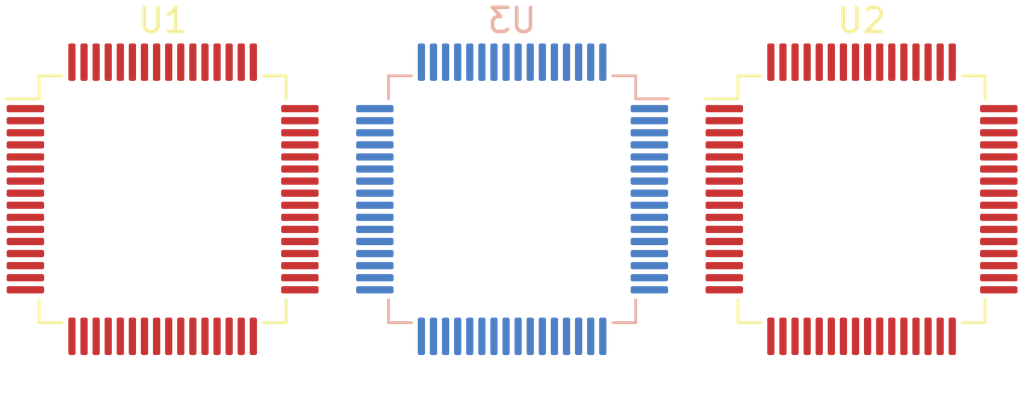
<source format=kicad_pcb>
(kicad_pcb (version 20211014) (generator pcbnew)
  (layers (0 "F.Cu" signal) (1 "In1.Cu" signal) (2 "In2.Cu" signal) (31 "B.Cu" signal) (34 "B.Paste" user) (35 "F.Paste" user) (36 "B.SilkS" user "B.Silkscreen") (37 "F.SilkS" user "F.Silkscreen") (38 "B.Mask" user) (39 "F.Mask" user) (44 "Edge.Cuts" user))
  (net 0 "")
  (net 3 "Net-(U1-Pad3)")
  (net 4 "Net-(U1-Pad4)")
  (net 6 "Net-(U1-Pad18)")
  (net 7 "Net-(U1-Pad23)")
  (net 8 "Net-(U1-Pad8)")
  (net 12 "Net-(U1-Pad12)")
  (net 16 "Net-(U1-Pad16)")
  (net 19 "Net-(U1-Pad20)")
  (net 22 "Net-(U1-Pad24)")
  (net 25 "Net-(U1-Pad28)")
  (net 29 "Net-(U1-Pad32)")
  (net 33 "Net-(U1-Pad36)")
  (net 37 "Net-(U1-Pad40)")
  (net 39 "Net-(U1-Pad44)")
  (net 43 "Net-(U1-Pad48)")
  (net 44 "Net-(U1-Pad52)")
  (net 48 "Net-(U1-Pad56)")
  (net 49 "Net-(U1-Pad57)")
  (net 51 "Net-(U1-Pad60)")
  (net 52 "Net-(U1-Pad61)")
  (net 53 "Net-(U1-Pad62)")
  (net 54 "Net-(U1-Pad64)")
  (net 55 "Net-(U2-Pad3)")
  (net 56 "Net-(U2-Pad4)")
  (net 57 "Net-(U2-Pad5)")
  (net 58 "Net-(U2-Pad8)")
  (net 60 "Net-(U2-Pad10)")
  (net 61 "Net-(U2-Pad11)")
  (net 62 "Net-(U2-Pad12)")
  (net 66 "Net-(U2-Pad16)")
  (net 68 "Net-(U2-Pad20)")
  (net 69 "Net-(U2-Pad24)")
  (net 70 "Net-(U2-Pad28)")
  (net 71 "Net-(U2-Pad32)")
  (net 72 "Net-(U2-Pad36)")
  (net 73 "Net-(U2-Pad40)")
  (net 74 "Net-(U2-Pad44)")
  (net 75 "Net-(U2-Pad48)")
  (net 76 "Net-(U2-Pad52)")
  (net 77 "Net-(U2-Pad56)")
  (net 78 "Net-(U2-Pad57)")
  (net 80 "Net-(U2-Pad60)")
  (net 81 "Net-(U2-Pad61)")
  (net 82 "Net-(U2-Pad62)")
  (net 83 "Net-(U2-Pad64)")
  (net 84 "Net-(U3-Pad10)")
  (net 85 "Net-(U3-Pad4)")
  (net 86 "Net-(U3-Pad20)")
  (net 87 "Net-(U3-Pad12)")
  (net 89 "Net-(U3-Pad16)")
  (footprint "Package_QFP:LQFP-64_10x10mm_P0.5mm" (layer "F.Cu") (at 166.06 88.9)
    (fp_text reference "U2" (at 0 -7.4) (layer "F.SilkS"))
    (fp_text value "LPC2148FBD64")
    (fp_line (start -5.11 5.11) (end -5.11 4.16) (layer "F.SilkS") (width 0.12))
    (fp_line (start -5.11 -4.16) (end -6.45 -4.16) (layer "F.SilkS") (width 0.12))
    (fp_line (start 4.16 5.11) (end 5.11 5.11) (layer "F.SilkS") (width 0.12))
    (fp_line (start 5.11 -5.11) (end 5.11 -4.16) (layer "F.SilkS") (width 0.12))
    (fp_line (start -5.11 -5.11) (end -5.11 -4.16) (layer "F.SilkS") (width 0.12))
    (fp_line (start -4.16 5.11) (end -5.11 5.11) (layer "F.SilkS") (width 0.12))
    (fp_line (start -4.16 -5.11) (end -5.11 -5.11) (layer "F.SilkS") (width 0.12))
    (fp_line (start 4.16 -5.11) (end 5.11 -5.11) (layer "F.SilkS") (width 0.12))
    (fp_line (start 5.11 5.11) (end 5.11 4.16) (layer "F.SilkS") (width 0.12))
    (pad "1" smd roundrect (at -5.675 -3.75) (size 1.55 0.3) (layers "F.Cu" "F.Paste" "F.Mask") (net 52 "Net-(U1-Pad61)"))
    (pad "2" smd roundrect (at -5.675 -3.25) (size 1.55 0.3) (layers "F.Cu" "F.Paste" "F.Mask") (net 3 "Net-(U1-Pad3)"))
    (pad "3" smd roundrect (at -5.675 -2.75) (size 1.55 0.3) (layers "F.Cu" "F.Paste" "F.Mask") (net 55 "Net-(U2-Pad3)"))
    (pad "4" smd roundrect (at -5.675 -2.25) (size 1.55 0.3) (layers "F.Cu" "F.Paste" "F.Mask") (net 56 "Net-(U2-Pad4)"))
    (pad "5" smd roundrect (at -5.675 -1.75) (size 1.55 0.3) (layers "F.Cu" "F.Paste" "F.Mask") (net 57 "Net-(U2-Pad5)"))
    (pad "6" smd roundrect (at -5.675 -1.25) (size 1.55 0.3) (layers "F.Cu" "F.Paste" "F.Mask") (net 6 "Net-(U1-Pad18)"))
    (pad "7" smd roundrect (at -5.675 -0.75) (size 1.55 0.3) (layers "F.Cu" "F.Paste" "F.Mask") (net 7 "Net-(U1-Pad23)"))
    (pad "8" smd roundrect (at -5.675 -0.25) (size 1.55 0.3) (layers "F.Cu" "F.Paste" "F.Mask") (net 58 "Net-(U2-Pad8)"))
    (pad "9" smd roundrect (at -5.675 0.25) (size 1.55 0.3) (layers "F.Cu" "F.Paste" "F.Mask"))
    (pad "10" smd roundrect (at -5.675 0.75) (size 1.55 0.3) (layers "F.Cu" "F.Paste" "F.Mask") (net 60 "Net-(U2-Pad10)"))
    (pad "11" smd roundrect (at -5.675 1.25) (size 1.55 0.3) (layers "F.Cu" "F.Paste" "F.Mask") (net 61 "Net-(U2-Pad11)"))
    (pad "12" smd roundrect (at -5.675 1.75) (size 1.55 0.3) (layers "F.Cu" "F.Paste" "F.Mask") (net 62 "Net-(U2-Pad12)"))
    (pad "13" smd roundrect (at -5.675 2.25) (size 1.55 0.3) (layers "F.Cu" "F.Paste" "F.Mask"))
    (pad "14" smd roundrect (at -5.675 2.75) (size 1.55 0.3) (layers "F.Cu" "F.Paste" "F.Mask"))
    (pad "15" smd roundrect (at -5.675 3.25) (size 1.55 0.3) (layers "F.Cu" "F.Paste" "F.Mask"))
    (pad "16" smd roundrect (at -5.675 3.75) (size 1.55 0.3) (layers "F.Cu" "F.Paste" "F.Mask") (net 66 "Net-(U2-Pad16)"))
    (pad "17" smd roundrect (at -3.75 5.675) (size 0.3 1.55) (layers "F.Cu" "F.Paste" "F.Mask"))
    (pad "18" smd roundrect (at -3.25 5.675) (size 0.3 1.55) (layers "F.Cu" "F.Paste" "F.Mask") (net 6 "Net-(U1-Pad18)"))
    (pad "19" smd roundrect (at -2.75 5.675) (size 0.3 1.55) (layers "F.Cu" "F.Paste" "F.Mask") (net 16 "Net-(U1-Pad16)"))
    (pad "20" smd roundrect (at -2.25 5.675) (size 0.3 1.55) (layers "F.Cu" "F.Paste" "F.Mask") (net 68 "Net-(U2-Pad20)"))
    (pad "21" smd roundrect (at -1.75 5.675) (size 0.3 1.55) (layers "F.Cu" "F.Paste" "F.Mask") (net 12 "Net-(U1-Pad12)"))
    (pad "22" smd roundrect (at -1.25 5.675) (size 0.3 1.55) (layers "F.Cu" "F.Paste" "F.Mask") (net 8 "Net-(U1-Pad8)"))
    (pad "23" smd roundrect (at -0.75 5.675) (size 0.3 1.55) (layers "F.Cu" "F.Paste" "F.Mask") (net 7 "Net-(U1-Pad23)"))
    (pad "24" smd roundrect (at -0.25 5.675) (size 0.3 1.55) (layers "F.Cu" "F.Paste" "F.Mask") (net 69 "Net-(U2-Pad24)"))
    (pad "25" smd roundrect (at 0.25 5.675) (size 0.3 1.55) (layers "F.Cu" "F.Paste" "F.Mask") (net 6 "Net-(U1-Pad18)"))
    (pad "26" smd roundrect (at 0.75 5.675) (size 0.3 1.55) (layers "F.Cu" "F.Paste" "F.Mask") (net 4 "Net-(U1-Pad4)"))
    (pad "27" smd roundrect (at 1.25 5.675) (size 0.3 1.55) (layers "F.Cu" "F.Paste" "F.Mask") (net 43 "Net-(U1-Pad48)"))
    (pad "28" smd roundrect (at 1.75 5.675) (size 0.3 1.55) (layers "F.Cu" "F.Paste" "F.Mask") (net 70 "Net-(U2-Pad28)"))
    (pad "29" smd roundrect (at 2.25 5.675) (size 0.3 1.55) (layers "F.Cu" "F.Paste" "F.Mask") (net 39 "Net-(U1-Pad44)"))
    (pad "30" smd roundrect (at 2.75 5.675) (size 0.3 1.55) (layers "F.Cu" "F.Paste" "F.Mask") (net 37 "Net-(U1-Pad40)"))
    (pad "31" smd roundrect (at 3.25 5.675) (size 0.3 1.55) (layers "F.Cu" "F.Paste" "F.Mask") (net 33 "Net-(U1-Pad36)"))
    (pad "32" smd roundrect (at 3.75 5.675) (size 0.3 1.55) (layers "F.Cu" "F.Paste" "F.Mask") (net 71 "Net-(U2-Pad32)"))
    (pad "33" smd roundrect (at 5.675 3.75) (size 1.55 0.3) (layers "F.Cu" "F.Paste" "F.Mask") (net 29 "Net-(U1-Pad32)"))
    (pad "34" smd roundrect (at 5.675 3.25) (size 1.55 0.3) (layers "F.Cu" "F.Paste" "F.Mask") (net 25 "Net-(U1-Pad28)"))
    (pad "35" smd roundrect (at 5.675 2.75) (size 1.55 0.3) (layers "F.Cu" "F.Paste" "F.Mask") (net 22 "Net-(U1-Pad24)"))
    (pad "36" smd roundrect (at 5.675 2.25) (size 1.55 0.3) (layers "F.Cu" "F.Paste" "F.Mask") (net 72 "Net-(U2-Pad36)"))
    (pad "37" smd roundrect (at 5.675 1.75) (size 1.55 0.3) (layers "F.Cu" "F.Paste" "F.Mask") (net 54 "Net-(U1-Pad64)"))
    (pad "38" smd roundrect (at 5.675 1.25) (size 1.55 0.3) (layers "F.Cu" "F.Paste" "F.Mask") (net 51 "Net-(U1-Pad60)"))
    (pad "39" smd roundrect (at 5.675 0.75) (size 1.55 0.3) (layers "F.Cu" "F.Paste" "F.Mask") (net 48 "Net-(U1-Pad56)"))
    (pad "40" smd roundrect (at 5.675 0.25) (size 1.55 0.3) (layers "F.Cu" "F.Paste" "F.Mask") (net 73 "Net-(U2-Pad40)"))
    (pad "41" smd roundrect (at 5.675 -0.25) (size 1.55 0.3) (layers "F.Cu" "F.Paste" "F.Mask") (net 44 "Net-(U1-Pad52)"))
    (pad "42" smd roundrect (at 5.675 -0.75) (size 1.55 0.3) (layers "F.Cu" "F.Paste" "F.Mask") (net 6 "Net-(U1-Pad18)"))
    (pad "43" smd roundrect (at 5.675 -1.25) (size 1.55 0.3) (layers "F.Cu" "F.Paste" "F.Mask") (net 7 "Net-(U1-Pad23)"))
    (pad "44" smd roundrect (at 5.675 -1.75) (size 1.55 0.3) (layers "F.Cu" "F.Paste" "F.Mask") (net 74 "Net-(U2-Pad44)"))
    (pad "45" smd roundrect (at 5.675 -2.25) (size 1.55 0.3) (layers "F.Cu" "F.Paste" "F.Mask") (net 19 "Net-(U1-Pad20)"))
    (pad "46" smd roundrect (at 5.675 -2.75) (size 1.55 0.3) (layers "F.Cu" "F.Paste" "F.Mask") (net 49 "Net-(U1-Pad57)"))
    (pad "47" smd roundrect (at 5.675 -3.25) (size 1.55 0.3) (layers "F.Cu" "F.Paste" "F.Mask") (net 53 "Net-(U1-Pad62)"))
    (pad "48" smd roundrect (at 5.675 -3.75) (size 1.55 0.3) (layers "F.Cu" "F.Paste" "F.Mask") (net 75 "Net-(U2-Pad48)"))
    (pad "49" smd roundrect (at 3.75 -5.675) (size 0.3 1.55) (layers "F.Cu" "F.Paste" "F.Mask") (net 7 "Net-(U1-Pad23)"))
    (pad "50" smd roundrect (at 3.25 -5.675) (size 0.3 1.55) (layers "F.Cu" "F.Paste" "F.Mask") (net 6 "Net-(U1-Pad18)"))
    (pad "51" smd roundrect (at 2.75 -5.675) (size 0.3 1.55) (layers "F.Cu" "F.Paste" "F.Mask") (net 7 "Net-(U1-Pad23)"))
    (pad "52" smd roundrect (at 2.25 -5.675) (size 0.3 1.55) (layers "F.Cu" "F.Paste" "F.Mask") (net 76 "Net-(U2-Pad52)"))
    (pad "53" smd roundrect (at 1.75 -5.675) (size 0.3 1.55) (layers "F.Cu" "F.Paste" "F.Mask") (net 53 "Net-(U1-Pad62)"))
    (pad "54" smd roundrect (at 1.25 -5.675) (size 0.3 1.55) (layers "F.Cu" "F.Paste" "F.Mask") (net 52 "Net-(U1-Pad61)"))
    (pad "55" smd roundrect (at 0.75 -5.675) (size 0.3 1.55) (layers "F.Cu" "F.Paste" "F.Mask") (net 52 "Net-(U1-Pad61)"))
    (pad "56" smd roundrect (at 0.25 -5.675) (size 0.3 1.55) (layers "F.Cu" "F.Paste" "F.Mask") (net 77 "Net-(U2-Pad56)"))
    (pad "57" smd roundrect (at -0.25 -5.675) (size 0.3 1.55) (layers "F.Cu" "F.Paste" "F.Mask") (net 78 "Net-(U2-Pad57)"))
    (pad "58" smd roundrect (at -0.75 -5.675) (size 0.3 1.55) (layers "F.Cu" "F.Paste" "F.Mask"))
    (pad "59" smd roundrect (at -1.25 -5.675) (size 0.3 1.55) (layers "F.Cu" "F.Paste" "F.Mask") (net 6 "Net-(U1-Pad18)"))
    (pad "60" smd roundrect (at -1.75 -5.675) (size 0.3 1.55) (layers "F.Cu" "F.Paste" "F.Mask") (net 80 "Net-(U2-Pad60)"))
    (pad "61" smd roundrect (at -2.25 -5.675) (size 0.3 1.55) (layers "F.Cu" "F.Paste" "F.Mask") (net 81 "Net-(U2-Pad61)"))
    (pad "62" smd roundrect (at -2.75 -5.675) (size 0.3 1.55) (layers "F.Cu" "F.Paste" "F.Mask") (net 82 "Net-(U2-Pad62)"))
    (pad "63" smd roundrect (at -3.25 -5.675) (size 0.3 1.55) (layers "F.Cu" "F.Paste" "F.Mask") (net 78 "Net-(U2-Pad57)"))
    (pad "64" smd roundrect (at -3.75 -5.675) (size 0.3 1.55) (layers "F.Cu" "F.Paste" "F.Mask") (net 83 "Net-(U2-Pad64)"))
  )
  (footprint "Package_QFP:LQFP-64_10x10mm_P0.5mm" (layer "F.Cu") (at 137.16 88.9)
    (fp_text reference "U1" (at 0 -7.4) (layer "F.SilkS"))
    (fp_text value "LPC2148FBD64")
    (fp_line (start -5.11 5.11) (end -5.11 4.16) (layer "F.SilkS") (width 0.12))
    (fp_line (start 5.11 -5.11) (end 5.11 -4.16) (layer "F.SilkS") (width 0.12))
    (fp_line (start 4.16 5.11) (end 5.11 5.11) (layer "F.SilkS") (width 0.12))
    (fp_line (start -5.11 -5.11) (end -5.11 -4.16) (layer "F.SilkS") (width 0.12))
    (fp_line (start 4.16 -5.11) (end 5.11 -5.11) (layer "F.SilkS") (width 0.12))
    (fp_line (start -4.16 -5.11) (end -5.11 -5.11) (layer "F.SilkS") (width 0.12))
    (fp_line (start -4.16 5.11) (end -5.11 5.11) (layer "F.SilkS") (width 0.12))
    (fp_line (start -5.11 -4.16) (end -6.45 -4.16) (layer "F.SilkS") (width 0.12))
    (fp_line (start 5.11 5.11) (end 5.11 4.16) (layer "F.SilkS") (width 0.12))
    (pad "1" smd roundrect (at -5.675 -3.75) (size 1.55 0.3) (layers "F.Cu" "F.Paste" "F.Mask"))
    (pad "2" smd roundrect (at -5.675 -3.25) (size 1.55 0.3) (layers "F.Cu" "F.Paste" "F.Mask"))
    (pad "3" smd roundrect (at -5.675 -2.75) (size 1.55 0.3) (layers "F.Cu" "F.Paste" "F.Mask") (net 3 "Net-(U1-Pad3)"))
    (pad "4" smd roundrect (at -5.675 -2.25) (size 1.55 0.3) (layers "F.Cu" "F.Paste" "F.Mask") (net 4 "Net-(U1-Pad4)"))
    (pad "5" smd roundrect (at -5.675 -1.75) (size 1.55 0.3) (layers "F.Cu" "F.Paste" "F.Mask"))
    (pad "6" smd roundrect (at -5.675 -1.25) (size 1.55 0.3) (layers "F.Cu" "F.Paste" "F.Mask") (net 6 "Net-(U1-Pad18)"))
    (pad "7" smd roundrect (at -5.675 -0.75) (size 1.55 0.3) (layers "F.Cu" "F.Paste" "F.Mask") (net 7 "Net-(U1-Pad23)"))
    (pad "8" smd roundrect (at -5.675 -0.25) (size 1.55 0.3) (layers "F.Cu" "F.Paste" "F.Mask") (net 8 "Net-(U1-Pad8)"))
    (pad "9" smd roundrect (at -5.675 0.25) (size 1.55 0.3) (layers "F.Cu" "F.Paste" "F.Mask"))
    (pad "10" smd roundrect (at -5.675 0.75) (size 1.55 0.3) (layers "F.Cu" "F.Paste" "F.Mask"))
    (pad "11" smd roundrect (at -5.675 1.25) (size 1.55 0.3) (layers "F.Cu" "F.Paste" "F.Mask"))
    (pad "12" smd roundrect (at -5.675 1.75) (size 1.55 0.3) (layers "F.Cu" "F.Paste" "F.Mask") (net 12 "Net-(U1-Pad12)"))
    (pad "13" smd roundrect (at -5.675 2.25) (size 1.55 0.3) (layers "F.Cu" "F.Paste" "F.Mask"))
    (pad "14" smd roundrect (at -5.675 2.75) (size 1.55 0.3) (layers "F.Cu" "F.Paste" "F.Mask"))
    (pad "15" smd roundrect (at -5.675 3.25) (size 1.55 0.3) (layers "F.Cu" "F.Paste" "F.Mask"))
    (pad "16" smd roundrect (at -5.675 3.75) (size 1.55 0.3) (layers "F.Cu" "F.Paste" "F.Mask") (net 16 "Net-(U1-Pad16)"))
    (pad "17" smd roundrect (at -3.75 5.675) (size 0.3 1.55) (layers "F.Cu" "F.Paste" "F.Mask"))
    (pad "18" smd roundrect (at -3.25 5.675) (size 0.3 1.55) (layers "F.Cu" "F.Paste" "F.Mask") (net 6 "Net-(U1-Pad18)"))
    (pad "19" smd roundrect (at -2.75 5.675) (size 0.3 1.55) (layers "F.Cu" "F.Paste" "F.Mask"))
    (pad "20" smd roundrect (at -2.25 5.675) (size 0.3 1.55) (layers "F.Cu" "F.Paste" "F.Mask") (net 19 "Net-(U1-Pad20)"))
    (pad "21" smd roundrect (at -1.75 5.675) (size 0.3 1.55) (layers "F.Cu" "F.Paste" "F.Mask"))
    (pad "22" smd roundrect (at -1.25 5.675) (size 0.3 1.55) (layers "F.Cu" "F.Paste" "F.Mask"))
    (pad "23" smd roundrect (at -0.75 5.675) (size 0.3 1.55) (layers "F.Cu" "F.Paste" "F.Mask") (net 7 "Net-(U1-Pad23)"))
    (pad "24" smd roundrect (at -0.25 5.675) (size 0.3 1.55) (layers "F.Cu" "F.Paste" "F.Mask") (net 22 "Net-(U1-Pad24)"))
    (pad "25" smd roundrect (at 0.25 5.675) (size 0.3 1.55) (layers "F.Cu" "F.Paste" "F.Mask") (net 6 "Net-(U1-Pad18)"))
    (pad "26" smd roundrect (at 0.75 5.675) (size 0.3 1.55) (layers "F.Cu" "F.Paste" "F.Mask"))
    (pad "27" smd roundrect (at 1.25 5.675) (size 0.3 1.55) (layers "F.Cu" "F.Paste" "F.Mask"))
    (pad "28" smd roundrect (at 1.75 5.675) (size 0.3 1.55) (layers "F.Cu" "F.Paste" "F.Mask") (net 25 "Net-(U1-Pad28)"))
    (pad "29" smd roundrect (at 2.25 5.675) (size 0.3 1.55) (layers "F.Cu" "F.Paste" "F.Mask"))
    (pad "30" smd roundrect (at 2.75 5.675) (size 0.3 1.55) (layers "F.Cu" "F.Paste" "F.Mask"))
    (pad "31" smd roundrect (at 3.25 5.675) (size 0.3 1.55) (layers "F.Cu" "F.Paste" "F.Mask"))
    (pad "32" smd roundrect (at 3.75 5.675) (size 0.3 1.55) (layers "F.Cu" "F.Paste" "F.Mask") (net 29 "Net-(U1-Pad32)"))
    (pad "33" smd roundrect (at 5.675 3.75) (size 1.55 0.3) (layers "F.Cu" "F.Paste" "F.Mask"))
    (pad "34" smd roundrect (at 5.675 3.25) (size 1.55 0.3) (layers "F.Cu" "F.Paste" "F.Mask"))
    (pad "35" smd roundrect (at 5.675 2.75) (size 1.55 0.3) (layers "F.Cu" "F.Paste" "F.Mask"))
    (pad "36" smd roundrect (at 5.675 2.25) (size 1.55 0.3) (layers "F.Cu" "F.Paste" "F.Mask") (net 33 "Net-(U1-Pad36)"))
    (pad "37" smd roundrect (at 5.675 1.75) (size 1.55 0.3) (layers "F.Cu" "F.Paste" "F.Mask"))
    (pad "38" smd roundrect (at 5.675 1.25) (size 1.55 0.3) (layers "F.Cu" "F.Paste" "F.Mask"))
    (pad "39" smd roundrect (at 5.675 0.75) (size 1.55 0.3) (layers "F.Cu" "F.Paste" "F.Mask"))
    (pad "40" smd roundrect (at 5.675 0.25) (size 1.55 0.3) (layers "F.Cu" "F.Paste" "F.Mask") (net 37 "Net-(U1-Pad40)"))
    (pad "41" smd roundrect (at 5.675 -0.25) (size 1.55 0.3) (layers "F.Cu" "F.Paste" "F.Mask"))
    (pad "42" smd roundrect (at 5.675 -0.75) (size 1.55 0.3) (layers "F.Cu" "F.Paste" "F.Mask") (net 6 "Net-(U1-Pad18)"))
    (pad "43" smd roundrect (at 5.675 -1.25) (size 1.55 0.3) (layers "F.Cu" "F.Paste" "F.Mask") (net 7 "Net-(U1-Pad23)"))
    (pad "44" smd roundrect (at 5.675 -1.75) (size 1.55 0.3) (layers "F.Cu" "F.Paste" "F.Mask") (net 39 "Net-(U1-Pad44)"))
    (pad "45" smd roundrect (at 5.675 -2.25) (size 1.55 0.3) (layers "F.Cu" "F.Paste" "F.Mask"))
    (pad "46" smd roundrect (at 5.675 -2.75) (size 1.55 0.3) (layers "F.Cu" "F.Paste" "F.Mask"))
    (pad "47" smd roundrect (at 5.675 -3.25) (size 1.55 0.3) (layers "F.Cu" "F.Paste" "F.Mask"))
    (pad "48" smd roundrect (at 5.675 -3.75) (size 1.55 0.3) (layers "F.Cu" "F.Paste" "F.Mask") (net 43 "Net-(U1-Pad48)"))
    (pad "49" smd roundrect (at 3.75 -5.675) (size 0.3 1.55) (layers "F.Cu" "F.Paste" "F.Mask") (net 7 "Net-(U1-Pad23)"))
    (pad "50" smd roundrect (at 3.25 -5.675) (size 0.3 1.55) (layers "F.Cu" "F.Paste" "F.Mask") (net 6 "Net-(U1-Pad18)"))
    (pad "51" smd roundrect (at 2.75 -5.675) (size 0.3 1.55) (layers "F.Cu" "F.Paste" "F.Mask") (net 7 "Net-(U1-Pad23)"))
    (pad "52" smd roundrect (at 2.25 -5.675) (size 0.3 1.55) (layers "F.Cu" "F.Paste" "F.Mask") (net 44 "Net-(U1-Pad52)"))
    (pad "53" smd roundrect (at 1.75 -5.675) (size 0.3 1.55) (layers "F.Cu" "F.Paste" "F.Mask"))
    (pad "54" smd roundrect (at 1.25 -5.675) (size 0.3 1.55) (layers "F.Cu" "F.Paste" "F.Mask"))
    (pad "55" smd roundrect (at 0.75 -5.675) (size 0.3 1.55) (layers "F.Cu" "F.Paste" "F.Mask"))
    (pad "56" smd roundrect (at 0.25 -5.675) (size 0.3 1.55) (layers "F.Cu" "F.Paste" "F.Mask") (net 48 "Net-(U1-Pad56)"))
    (pad "57" smd roundrect (at -0.25 -5.675) (size 0.3 1.55) (layers "F.Cu" "F.Paste" "F.Mask") (net 49 "Net-(U1-Pad57)"))
    (pad "58" smd roundrect (at -0.75 -5.675) (size 0.3 1.55) (layers "F.Cu" "F.Paste" "F.Mask"))
    (pad "59" smd roundrect (at -1.25 -5.675) (size 0.3 1.55) (layers "F.Cu" "F.Paste" "F.Mask") (net 6 "Net-(U1-Pad18)"))
    (pad "60" smd roundrect (at -1.75 -5.675) (size 0.3 1.55) (layers "F.Cu" "F.Paste" "F.Mask") (net 51 "Net-(U1-Pad60)"))
    (pad "61" smd roundrect (at -2.25 -5.675) (size 0.3 1.55) (layers "F.Cu" "F.Paste" "F.Mask") (net 52 "Net-(U1-Pad61)"))
    (pad "62" smd roundrect (at -2.75 -5.675) (size 0.3 1.55) (layers "F.Cu" "F.Paste" "F.Mask") (net 53 "Net-(U1-Pad62)"))
    (pad "63" smd roundrect (at -3.25 -5.675) (size 0.3 1.55) (layers "F.Cu" "F.Paste" "F.Mask") (net 53 "Net-(U1-Pad62)"))
    (pad "64" smd roundrect (at -3.75 -5.675) (size 0.3 1.55) (layers "F.Cu" "F.Paste" "F.Mask") (net 54 "Net-(U1-Pad64)"))
  )
  (footprint "Package_QFP:LQFP-64_10x10mm_P0.5mm" (layer "B.Cu") (at 151.61 88.9 180)
    (fp_text reference "U3" (at 0 7.4) (layer "B.SilkS") (effects (justify mirror)))
    (fp_text value "LPC2148FBD64")
    (fp_line (start -5.11 -5.11) (end -5.11 -4.16) (layer "B.SilkS") (width 0.12))
    (fp_line (start 4.16 -5.11) (end 5.11 -5.11) (layer "B.SilkS") (width 0.12))
    (fp_line (start -5.11 5.11) (end -5.11 4.16) (layer "B.SilkS") (width 0.12))
    (fp_line (start -4.16 -5.11) (end -5.11 -5.11) (layer "B.SilkS") (width 0.12))
    (fp_line (start 5.11 -5.11) (end 5.11 -4.16) (layer "B.SilkS") (width 0.12))
    (fp_line (start -4.16 5.11) (end -5.11 5.11) (layer "B.SilkS") (width 0.12))
    (fp_line (start 5.11 5.11) (end 5.11 4.16) (layer "B.SilkS") (width 0.12))
    (fp_line (start 4.16 5.11) (end 5.11 5.11) (layer "B.SilkS") (width 0.12))
    (fp_line (start -5.11 4.16) (end -6.45 4.16) (layer "B.SilkS") (width 0.12))
    (pad "1" smd roundrect (at -5.675 3.75 180) (size 1.55 0.3) (layers "B.Cu" "B.Paste" "B.Mask") (net 82 "Net-(U2-Pad62)"))
    (pad "2" smd roundrect (at -5.675 3.25 180) (size 1.55 0.3) (layers "B.Cu" "B.Paste" "B.Mask") (net 81 "Net-(U2-Pad61)"))
    (pad "3" smd roundrect (at -5.675 2.75 180) (size 1.55 0.3) (layers "B.Cu" "B.Paste" "B.Mask") (net 84 "Net-(U3-Pad10)"))
    (pad "4" smd roundrect (at -5.675 2.25 180) (size 1.55 0.3) (layers "B.Cu" "B.Paste" "B.Mask") (net 85 "Net-(U3-Pad4)"))
    (pad "5" smd roundrect (at -5.675 1.75 180) (size 1.55 0.3) (layers "B.Cu" "B.Paste" "B.Mask") (net 84 "Net-(U3-Pad10)"))
    (pad "6" smd roundrect (at -5.675 1.25 180) (size 1.55 0.3) (layers "B.Cu" "B.Paste" "B.Mask") (net 6 "Net-(U1-Pad18)"))
    (pad "7" smd roundrect (at -5.675 0.75 180) (size 1.55 0.3) (layers "B.Cu" "B.Paste" "B.Mask") (net 7 "Net-(U1-Pad23)"))
    (pad "8" smd roundrect (at -5.675 0.25 180) (size 1.55 0.3) (layers "B.Cu" "B.Paste" "B.Mask") (net 86 "Net-(U3-Pad20)"))
    (pad "9" smd roundrect (at -5.675 -0.25 180) (size 1.55 0.3) (layers "B.Cu" "B.Paste" "B.Mask") (net 84 "Net-(U3-Pad10)"))
    (pad "10" smd roundrect (at -5.675 -0.75 180) (size 1.55 0.3) (layers "B.Cu" "B.Paste" "B.Mask") (net 84 "Net-(U3-Pad10)"))
    (pad "11" smd roundrect (at -5.675 -1.25 180) (size 1.55 0.3) (layers "B.Cu" "B.Paste" "B.Mask") (net 84 "Net-(U3-Pad10)"))
    (pad "12" smd roundrect (at -5.675 -1.75 180) (size 1.55 0.3) (layers "B.Cu" "B.Paste" "B.Mask") (net 87 "Net-(U3-Pad12)"))
    (pad "13" smd roundrect (at -5.675 -2.25 180) (size 1.55 0.3) (layers "B.Cu" "B.Paste" "B.Mask") (net 57 "Net-(U2-Pad5)"))
    (pad "14" smd roundrect (at -5.675 -2.75 180) (size 1.55 0.3) (layers "B.Cu" "B.Paste" "B.Mask"))
    (pad "15" smd roundrect (at -5.675 -3.25 180) (size 1.55 0.3) (layers "B.Cu" "B.Paste" "B.Mask") (net 60 "Net-(U2-Pad10)"))
    (pad "16" smd roundrect (at -5.675 -3.75 180) (size 1.55 0.3) (layers "B.Cu" "B.Paste" "B.Mask") (net 89 "Net-(U3-Pad16)"))
    (pad "17" smd roundrect (at -3.75 -5.675 180) (size 0.3 1.55) (layers "B.Cu" "B.Paste" "B.Mask") (net 61 "Net-(U2-Pad11)"))
    (pad "18" smd roundrect (at -3.25 -5.675 180) (size 0.3 1.55) (layers "B.Cu" "B.Paste" "B.Mask") (net 6 "Net-(U1-Pad18)"))
    (pad "19" smd roundrect (at -2.75 -5.675 180) (size 0.3 1.55) (layers "B.Cu" "B.Paste" "B.Mask") (net 66 "Net-(U2-Pad16)"))
    (pad "20" smd roundrect (at -2.25 -5.675 180) (size 0.3 1.55) (layers "B.Cu" "B.Paste" "B.Mask") (net 86 "Net-(U3-Pad20)"))
    (pad "21" smd roundrect (at -1.75 -5.675 180) (size 0.3 1.55) (layers "B.Cu" "B.Paste" "B.Mask") (net 62 "Net-(U2-Pad12)"))
    (pad "22" smd roundrect (at -1.25 -5.675 180) (size 0.3 1.55) (layers "B.Cu" "B.Paste" "B.Mask") (net 58 "Net-(U2-Pad8)"))
    (pad "23" smd roundrect (at -0.75 -5.675 180) (size 0.3 1.55) (layers "B.Cu" "B.Paste" "B.Mask") (net 7 "Net-(U1-Pad23)"))
    (pad "24" smd roundrect (at -0.25 -5.675 180) (size 0.3 1.55) (layers "B.Cu" "B.Paste" "B.Mask") (net 86 "Net-(U3-Pad20)"))
    (pad "25" smd roundrect (at 0.25 -5.675 180) (size 0.3 1.55) (layers "B.Cu" "B.Paste" "B.Mask") (net 6 "Net-(U1-Pad18)"))
    (pad "26" smd roundrect (at 0.75 -5.675 180) (size 0.3 1.55) (layers "B.Cu" "B.Paste" "B.Mask") (net 56 "Net-(U2-Pad4)"))
    (pad "27" smd roundrect (at 1.25 -5.675 180) (size 0.3 1.55) (layers "B.Cu" "B.Paste" "B.Mask") (net 75 "Net-(U2-Pad48)"))
    (pad "28" smd roundrect (at 1.75 -5.675 180) (size 0.3 1.55) (layers "B.Cu" "B.Paste" "B.Mask") (net 86 "Net-(U3-Pad20)"))
    (pad "29" smd roundrect (at 2.25 -5.675 180) (size 0.3 1.55) (layers "B.Cu" "B.Paste" "B.Mask") (net 74 "Net-(U2-Pad44)"))
    (pad "30" smd roundrect (at 2.75 -5.675 180) (size 0.3 1.55) (layers "B.Cu" "B.Paste" "B.Mask") (net 73 "Net-(U2-Pad40)"))
    (pad "31" smd roundrect (at 3.25 -5.675 180) (size 0.3 1.55) (layers "B.Cu" "B.Paste" "B.Mask") (net 72 "Net-(U2-Pad36)"))
    (pad "32" smd roundrect (at 3.75 -5.675 180) (size 0.3 1.55) (layers "B.Cu" "B.Paste" "B.Mask") (net 86 "Net-(U3-Pad20)"))
    (pad "33" smd roundrect (at 5.675 -3.75 180) (size 1.55 0.3) (layers "B.Cu" "B.Paste" "B.Mask") (net 71 "Net-(U2-Pad32)"))
    (pad "34" smd roundrect (at 5.675 -3.25 180) (size 1.55 0.3) (layers "B.Cu" "B.Paste" "B.Mask") (net 70 "Net-(U2-Pad28)"))
    (pad "35" smd roundrect (at 5.675 -2.75 180) (size 1.55 0.3) (layers "B.Cu" "B.Paste" "B.Mask") (net 69 "Net-(U2-Pad24)"))
    (pad "36" smd roundrect (at 5.675 -2.25 180) (size 1.55 0.3) (layers "B.Cu" "B.Paste" "B.Mask") (net 86 "Net-(U3-Pad20)"))
    (pad "37" smd roundrect (at 5.675 -1.75 180) (size 1.55 0.3) (layers "B.Cu" "B.Paste" "B.Mask") (net 83 "Net-(U2-Pad64)"))
    (pad "38" smd roundrect (at 5.675 -1.25 180) (size 1.55 0.3) (layers "B.Cu" "B.Paste" "B.Mask") (net 80 "Net-(U2-Pad60)"))
    (pad "39" smd roundrect (at 5.675 -0.75 180) (size 1.55 0.3) (layers "B.Cu" "B.Paste" "B.Mask") (net 77 "Net-(U2-Pad56)"))
    (pad "40" smd roundrect (at 5.675 -0.25 180) (size 1.55 0.3) (layers "B.Cu" "B.Paste" "B.Mask") (net 86 "Net-(U3-Pad20)"))
    (pad "41" smd roundrect (at 5.675 0.25 180) (size 1.55 0.3) (layers "B.Cu" "B.Paste" "B.Mask") (net 76 "Net-(U2-Pad52)"))
    (pad "42" smd roundrect (at 5.675 0.75 180) (size 1.55 0.3) (layers "B.Cu" "B.Paste" "B.Mask") (net 6 "Net-(U1-Pad18)"))
    (pad "43" smd roundrect (at 5.675 1.25 180) (size 1.55 0.3) (layers "B.Cu" "B.Paste" "B.Mask") (net 7 "Net-(U1-Pad23)"))
    (pad "44" smd roundrect (at 5.675 1.75 180) (size 1.55 0.3) (layers "B.Cu" "B.Paste" "B.Mask") (net 86 "Net-(U3-Pad20)"))
    (pad "45" smd roundrect (at 5.675 2.25 180) (size 1.55 0.3) (layers "B.Cu" "B.Paste" "B.Mask") (net 68 "Net-(U2-Pad20)"))
    (pad "46" smd roundrect (at 5.675 2.75 180) (size 1.55 0.3) (layers "B.Cu" "B.Paste" "B.Mask") (net 78 "Net-(U2-Pad57)"))
    (pad "47" smd roundrect (at 5.675 3.25 180) (size 1.55 0.3) (layers "B.Cu" "B.Paste" "B.Mask") (net 78 "Net-(U2-Pad57)"))
    (pad "48" smd roundrect (at 5.675 3.75 180) (size 1.55 0.3) (layers "B.Cu" "B.Paste" "B.Mask") (net 85 "Net-(U3-Pad4)"))
    (pad "49" smd roundrect (at 3.75 5.675 180) (size 0.3 1.55) (layers "B.Cu" "B.Paste" "B.Mask") (net 7 "Net-(U1-Pad23)"))
    (pad "50" smd roundrect (at 3.25 5.675 180) (size 0.3 1.55) (layers "B.Cu" "B.Paste" "B.Mask") (net 6 "Net-(U1-Pad18)"))
    (pad "51" smd roundrect (at 2.75 5.675 180) (size 0.3 1.55) (layers "B.Cu" "B.Paste" "B.Mask") (net 7 "Net-(U1-Pad23)"))
    (pad "52" smd roundrect (at 2.25 5.675 180) (size 0.3 1.55) (layers "B.Cu" "B.Paste" "B.Mask") (net 86 "Net-(U3-Pad20)"))
    (pad "53" smd roundrect (at 1.75 5.675 180) (size 0.3 1.55) (layers "B.Cu" "B.Paste" "B.Mask"))
    (pad "54" smd roundrect (at 1.25 5.675 180) (size 0.3 1.55) (layers "B.Cu" "B.Paste" "B.Mask") (net 82 "Net-(U2-Pad62)"))
    (pad "55" smd roundrect (at 0.75 5.675 180) (size 0.3 1.55) (layers "B.Cu" "B.Paste" "B.Mask") (net 82 "Net-(U2-Pad62)"))
    (pad "56" smd roundrect (at 0.25 5.675 180) (size 0.3 1.55) (layers "B.Cu" "B.Paste" "B.Mask") (net 86 "Net-(U3-Pad20)"))
    (pad "57" smd roundrect (at -0.25 5.675 180) (size 0.3 1.55) (layers "B.Cu" "B.Paste" "B.Mask") (net 86 "Net-(U3-Pad20)"))
    (pad "58" smd roundrect (at -0.75 5.675 180) (size 0.3 1.55) (layers "B.Cu" "B.Paste" "B.Mask") (net 55 "Net-(U2-Pad3)"))
    (pad "59" smd roundrect (at -1.25 5.675 180) (size 0.3 1.55) (layers "B.Cu" "B.Paste" "B.Mask") (net 6 "Net-(U1-Pad18)"))
    (pad "60" smd roundrect (at -1.75 5.675 180) (size 0.3 1.55) (layers "B.Cu" "B.Paste" "B.Mask") (net 86 "Net-(U3-Pad20)"))
    (pad "61" smd roundrect (at -2.25 5.675 180) (size 0.3 1.55) (layers "B.Cu" "B.Paste" "B.Mask") (net 87 "Net-(U3-Pad12)"))
    (pad "62" smd roundrect (at -2.75 5.675 180) (size 0.3 1.55) (layers "B.Cu" "B.Paste" "B.Mask") (net 89 "Net-(U3-Pad16)"))
    (pad "63" smd roundrect (at -3.25 5.675 180) (size 0.3 1.55) (layers "B.Cu" "B.Paste" "B.Mask") (net 86 "Net-(U3-Pad20)"))
    (pad "64" smd roundrect (at -3.75 5.675 180) (size 0.3 1.55) (layers "B.Cu" "B.Paste" "B.Mask") (net 86 "Net-(U3-Pad20)"))
  )
)
</source>
